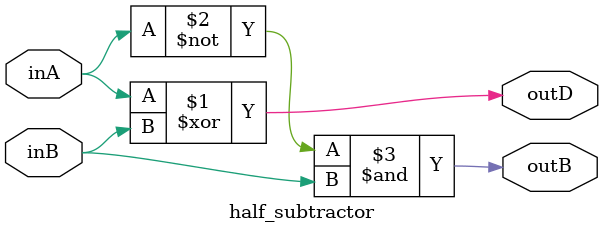
<source format=v>
`timescale 1ns / 1ps

module half_subtractor(inA, inB, outD, outB);

input inA, inB;
output outD, outB;

assign outD=inA^inB;
assign outB=(~inA)&inB;

endmodule

</source>
